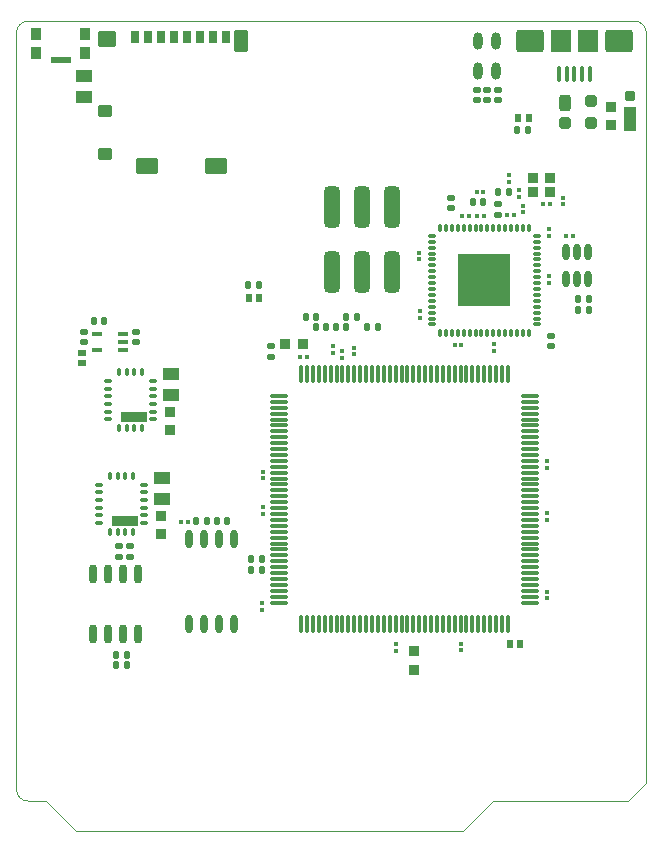
<source format=gtp>
%FSLAX44Y44*%
%MOMM*%
G71*
G01*
G75*
G04 Layer_Color=8421504*
%ADD10C,0.1500*%
G04:AMPARAMS|DCode=11|XSize=0.6mm|YSize=0.5mm|CornerRadius=0.05mm|HoleSize=0mm|Usage=FLASHONLY|Rotation=0.000|XOffset=0mm|YOffset=0mm|HoleType=Round|Shape=RoundedRectangle|*
%AMROUNDEDRECTD11*
21,1,0.6000,0.4000,0,0,0.0*
21,1,0.5000,0.5000,0,0,0.0*
1,1,0.1000,0.2500,-0.2000*
1,1,0.1000,-0.2500,-0.2000*
1,1,0.1000,-0.2500,0.2000*
1,1,0.1000,0.2500,0.2000*
%
%ADD11ROUNDEDRECTD11*%
G04:AMPARAMS|DCode=12|XSize=0.6mm|YSize=0.5mm|CornerRadius=0.05mm|HoleSize=0mm|Usage=FLASHONLY|Rotation=270.000|XOffset=0mm|YOffset=0mm|HoleType=Round|Shape=RoundedRectangle|*
%AMROUNDEDRECTD12*
21,1,0.6000,0.4000,0,0,270.0*
21,1,0.5000,0.5000,0,0,270.0*
1,1,0.1000,-0.2000,-0.2500*
1,1,0.1000,-0.2000,0.2500*
1,1,0.1000,0.2000,0.2500*
1,1,0.1000,0.2000,-0.2500*
%
%ADD12ROUNDEDRECTD12*%
%ADD13O,0.9500X0.4000*%
G04:AMPARAMS|DCode=14|XSize=0.7mm|YSize=0.55mm|CornerRadius=0.055mm|HoleSize=0mm|Usage=FLASHONLY|Rotation=180.000|XOffset=0mm|YOffset=0mm|HoleType=Round|Shape=RoundedRectangle|*
%AMROUNDEDRECTD14*
21,1,0.7000,0.4400,0,0,180.0*
21,1,0.5900,0.5500,0,0,180.0*
1,1,0.1100,-0.2950,0.2200*
1,1,0.1100,0.2950,0.2200*
1,1,0.1100,0.2950,-0.2200*
1,1,0.1100,-0.2950,-0.2200*
%
%ADD14ROUNDEDRECTD14*%
G04:AMPARAMS|DCode=15|XSize=0.4mm|YSize=0.37mm|CornerRadius=0.037mm|HoleSize=0mm|Usage=FLASHONLY|Rotation=180.000|XOffset=0mm|YOffset=0mm|HoleType=Round|Shape=RoundedRectangle|*
%AMROUNDEDRECTD15*
21,1,0.4000,0.2960,0,0,180.0*
21,1,0.3260,0.3700,0,0,180.0*
1,1,0.0740,-0.1630,0.1480*
1,1,0.0740,0.1630,0.1480*
1,1,0.0740,0.1630,-0.1480*
1,1,0.0740,-0.1630,-0.1480*
%
%ADD15ROUNDEDRECTD15*%
G04:AMPARAMS|DCode=16|XSize=0.4mm|YSize=0.37mm|CornerRadius=0.037mm|HoleSize=0mm|Usage=FLASHONLY|Rotation=270.000|XOffset=0mm|YOffset=0mm|HoleType=Round|Shape=RoundedRectangle|*
%AMROUNDEDRECTD16*
21,1,0.4000,0.2960,0,0,270.0*
21,1,0.3260,0.3700,0,0,270.0*
1,1,0.0740,-0.1480,-0.1630*
1,1,0.0740,-0.1480,0.1630*
1,1,0.0740,0.1480,0.1630*
1,1,0.0740,0.1480,-0.1630*
%
%ADD16ROUNDEDRECTD16*%
G04:AMPARAMS|DCode=17|XSize=0.93mm|YSize=0.89mm|CornerRadius=0.089mm|HoleSize=0mm|Usage=FLASHONLY|Rotation=90.000|XOffset=0mm|YOffset=0mm|HoleType=Round|Shape=RoundedRectangle|*
%AMROUNDEDRECTD17*
21,1,0.9300,0.7120,0,0,90.0*
21,1,0.7520,0.8900,0,0,90.0*
1,1,0.1780,0.3560,0.3760*
1,1,0.1780,0.3560,-0.3760*
1,1,0.1780,-0.3560,-0.3760*
1,1,0.1780,-0.3560,0.3760*
%
%ADD17ROUNDEDRECTD17*%
%ADD18O,1.6500X0.3000*%
%ADD19O,0.3000X1.6500*%
%ADD20R,0.5400X0.7400*%
G04:AMPARAMS|DCode=21|XSize=0.7mm|YSize=0.55mm|CornerRadius=0.055mm|HoleSize=0mm|Usage=FLASHONLY|Rotation=90.000|XOffset=0mm|YOffset=0mm|HoleType=Round|Shape=RoundedRectangle|*
%AMROUNDEDRECTD21*
21,1,0.7000,0.4400,0,0,90.0*
21,1,0.5900,0.5500,0,0,90.0*
1,1,0.1100,0.2200,0.2950*
1,1,0.1100,0.2200,-0.2950*
1,1,0.1100,-0.2200,-0.2950*
1,1,0.1100,-0.2200,0.2950*
%
%ADD21ROUNDEDRECTD21*%
G04:AMPARAMS|DCode=22|XSize=1.3mm|YSize=3.5mm|CornerRadius=0.325mm|HoleSize=0mm|Usage=FLASHONLY|Rotation=180.000|XOffset=0mm|YOffset=0mm|HoleType=Round|Shape=RoundedRectangle|*
%AMROUNDEDRECTD22*
21,1,1.3000,2.8500,0,0,180.0*
21,1,0.6500,3.5000,0,0,180.0*
1,1,0.6500,-0.3250,1.4250*
1,1,0.6500,0.3250,1.4250*
1,1,0.6500,0.3250,-1.4250*
1,1,0.6500,-0.3250,-1.4250*
%
%ADD22ROUNDEDRECTD22*%
G04:AMPARAMS|DCode=23|XSize=0.3mm|YSize=0.6mm|CornerRadius=0.0495mm|HoleSize=0mm|Usage=FLASHONLY|Rotation=0.000|XOffset=0mm|YOffset=0mm|HoleType=Round|Shape=RoundedRectangle|*
%AMROUNDEDRECTD23*
21,1,0.3000,0.5010,0,0,0.0*
21,1,0.2010,0.6000,0,0,0.0*
1,1,0.0990,0.1005,-0.2505*
1,1,0.0990,-0.1005,-0.2505*
1,1,0.0990,-0.1005,0.2505*
1,1,0.0990,0.1005,0.2505*
%
%ADD23ROUNDEDRECTD23*%
G04:AMPARAMS|DCode=24|XSize=0.3mm|YSize=0.6mm|CornerRadius=0.0495mm|HoleSize=0mm|Usage=FLASHONLY|Rotation=270.000|XOffset=0mm|YOffset=0mm|HoleType=Round|Shape=RoundedRectangle|*
%AMROUNDEDRECTD24*
21,1,0.3000,0.5010,0,0,270.0*
21,1,0.2010,0.6000,0,0,270.0*
1,1,0.0990,-0.2505,-0.1005*
1,1,0.0990,-0.2505,0.1005*
1,1,0.0990,0.2505,0.1005*
1,1,0.0990,0.2505,-0.1005*
%
%ADD24ROUNDEDRECTD24*%
%ADD25R,2.2500X0.9000*%
G04:AMPARAMS|DCode=26|XSize=1.38mm|YSize=1.05mm|CornerRadius=0.105mm|HoleSize=0mm|Usage=FLASHONLY|Rotation=180.000|XOffset=0mm|YOffset=0mm|HoleType=Round|Shape=RoundedRectangle|*
%AMROUNDEDRECTD26*
21,1,1.3800,0.8400,0,0,180.0*
21,1,1.1700,1.0500,0,0,180.0*
1,1,0.2100,-0.5850,0.4200*
1,1,0.2100,0.5850,0.4200*
1,1,0.2100,0.5850,-0.4200*
1,1,0.2100,-0.5850,-0.4200*
%
%ADD26ROUNDEDRECTD26*%
%ADD27O,0.7600X1.6000*%
%ADD28O,0.6000X1.6000*%
G04:AMPARAMS|DCode=29|XSize=0.9mm|YSize=0.8mm|CornerRadius=0.08mm|HoleSize=0mm|Usage=FLASHONLY|Rotation=180.000|XOffset=0mm|YOffset=0mm|HoleType=Round|Shape=RoundedRectangle|*
%AMROUNDEDRECTD29*
21,1,0.9000,0.6400,0,0,180.0*
21,1,0.7400,0.8000,0,0,180.0*
1,1,0.1600,-0.3700,0.3200*
1,1,0.1600,0.3700,0.3200*
1,1,0.1600,0.3700,-0.3200*
1,1,0.1600,-0.3700,-0.3200*
%
%ADD29ROUNDEDRECTD29*%
%ADD30O,0.6000X1.4000*%
G04:AMPARAMS|DCode=31|XSize=1mm|YSize=1.4mm|CornerRadius=0.25mm|HoleSize=0mm|Usage=FLASHONLY|Rotation=180.000|XOffset=0mm|YOffset=0mm|HoleType=Round|Shape=RoundedRectangle|*
%AMROUNDEDRECTD31*
21,1,1.0000,0.9000,0,0,180.0*
21,1,0.5000,1.4000,0,0,180.0*
1,1,0.5000,-0.2500,0.4500*
1,1,0.5000,0.2500,0.4500*
1,1,0.5000,0.2500,-0.4500*
1,1,0.5000,-0.2500,-0.4500*
%
%ADD31ROUNDEDRECTD31*%
G04:AMPARAMS|DCode=32|XSize=1mm|YSize=1mm|CornerRadius=0.25mm|HoleSize=0mm|Usage=FLASHONLY|Rotation=180.000|XOffset=0mm|YOffset=0mm|HoleType=Round|Shape=RoundedRectangle|*
%AMROUNDEDRECTD32*
21,1,1.0000,0.5000,0,0,180.0*
21,1,0.5000,1.0000,0,0,180.0*
1,1,0.5000,-0.2500,0.2500*
1,1,0.5000,0.2500,0.2500*
1,1,0.5000,0.2500,-0.2500*
1,1,0.5000,-0.2500,-0.2500*
%
%ADD32ROUNDEDRECTD32*%
%ADD33R,4.4500X4.4500*%
%ADD34O,0.8200X0.2700*%
%ADD35O,0.2700X0.8200*%
G04:AMPARAMS|DCode=36|XSize=0.9mm|YSize=1mm|CornerRadius=0.09mm|HoleSize=0mm|Usage=FLASHONLY|Rotation=180.000|XOffset=0mm|YOffset=0mm|HoleType=Round|Shape=RoundedRectangle|*
%AMROUNDEDRECTD36*
21,1,0.9000,0.8200,0,0,180.0*
21,1,0.7200,1.0000,0,0,180.0*
1,1,0.1800,-0.3600,0.4100*
1,1,0.1800,0.3600,0.4100*
1,1,0.1800,0.3600,-0.4100*
1,1,0.1800,-0.3600,-0.4100*
%
%ADD36ROUNDEDRECTD36*%
G04:AMPARAMS|DCode=37|XSize=1.7mm|YSize=0.55mm|CornerRadius=0.055mm|HoleSize=0mm|Usage=FLASHONLY|Rotation=180.000|XOffset=0mm|YOffset=0mm|HoleType=Round|Shape=RoundedRectangle|*
%AMROUNDEDRECTD37*
21,1,1.7000,0.4400,0,0,180.0*
21,1,1.5900,0.5500,0,0,180.0*
1,1,0.1100,-0.7950,0.2200*
1,1,0.1100,0.7950,0.2200*
1,1,0.1100,0.7950,-0.2200*
1,1,0.1100,-0.7950,-0.2200*
%
%ADD37ROUNDEDRECTD37*%
%ADD38C,1.0000*%
%ADD39O,0.4000X1.3500*%
G04:AMPARAMS|DCode=40|XSize=2.3mm|YSize=1.9mm|CornerRadius=0.19mm|HoleSize=0mm|Usage=FLASHONLY|Rotation=180.000|XOffset=0mm|YOffset=0mm|HoleType=Round|Shape=RoundedRectangle|*
%AMROUNDEDRECTD40*
21,1,2.3000,1.5200,0,0,180.0*
21,1,1.9200,1.9000,0,0,180.0*
1,1,0.3800,-0.9600,0.7600*
1,1,0.3800,0.9600,0.7600*
1,1,0.3800,0.9600,-0.7600*
1,1,0.3800,-0.9600,-0.7600*
%
%ADD40ROUNDEDRECTD40*%
%ADD41R,1.8000X1.9000*%
G04:AMPARAMS|DCode=42|XSize=1.55mm|YSize=1.35mm|CornerRadius=0.135mm|HoleSize=0mm|Usage=FLASHONLY|Rotation=180.000|XOffset=0mm|YOffset=0mm|HoleType=Round|Shape=RoundedRectangle|*
%AMROUNDEDRECTD42*
21,1,1.5500,1.0800,0,0,180.0*
21,1,1.2800,1.3500,0,0,180.0*
1,1,0.2700,-0.6400,0.5400*
1,1,0.2700,0.6400,0.5400*
1,1,0.2700,0.6400,-0.5400*
1,1,0.2700,-0.6400,-0.5400*
%
%ADD42ROUNDEDRECTD42*%
G04:AMPARAMS|DCode=43|XSize=1.8mm|YSize=1.17mm|CornerRadius=0.117mm|HoleSize=0mm|Usage=FLASHONLY|Rotation=90.000|XOffset=0mm|YOffset=0mm|HoleType=Round|Shape=RoundedRectangle|*
%AMROUNDEDRECTD43*
21,1,1.8000,0.9360,0,0,90.0*
21,1,1.5660,1.1700,0,0,90.0*
1,1,0.2340,0.4680,0.7830*
1,1,0.2340,0.4680,-0.7830*
1,1,0.2340,-0.4680,-0.7830*
1,1,0.2340,-0.4680,0.7830*
%
%ADD43ROUNDEDRECTD43*%
G04:AMPARAMS|DCode=44|XSize=0.75mm|YSize=1.1mm|CornerRadius=0.075mm|HoleSize=0mm|Usage=FLASHONLY|Rotation=180.000|XOffset=0mm|YOffset=0mm|HoleType=Round|Shape=RoundedRectangle|*
%AMROUNDEDRECTD44*
21,1,0.7500,0.9500,0,0,180.0*
21,1,0.6000,1.1000,0,0,180.0*
1,1,0.1500,-0.3000,0.4750*
1,1,0.1500,0.3000,0.4750*
1,1,0.1500,0.3000,-0.4750*
1,1,0.1500,-0.3000,-0.4750*
%
%ADD44ROUNDEDRECTD44*%
G04:AMPARAMS|DCode=45|XSize=1.2mm|YSize=1mm|CornerRadius=0.1mm|HoleSize=0mm|Usage=FLASHONLY|Rotation=180.000|XOffset=0mm|YOffset=0mm|HoleType=Round|Shape=RoundedRectangle|*
%AMROUNDEDRECTD45*
21,1,1.2000,0.8000,0,0,180.0*
21,1,1.0000,1.0000,0,0,180.0*
1,1,0.2000,-0.5000,0.4000*
1,1,0.2000,0.5000,0.4000*
1,1,0.2000,0.5000,-0.4000*
1,1,0.2000,-0.5000,-0.4000*
%
%ADD45ROUNDEDRECTD45*%
G04:AMPARAMS|DCode=46|XSize=1.9mm|YSize=1.35mm|CornerRadius=0.135mm|HoleSize=0mm|Usage=FLASHONLY|Rotation=180.000|XOffset=0mm|YOffset=0mm|HoleType=Round|Shape=RoundedRectangle|*
%AMROUNDEDRECTD46*
21,1,1.9000,1.0800,0,0,180.0*
21,1,1.6300,1.3500,0,0,180.0*
1,1,0.2700,-0.8150,0.5400*
1,1,0.2700,0.8150,0.5400*
1,1,0.2700,0.8150,-0.5400*
1,1,0.2700,-0.8150,-0.5400*
%
%ADD46ROUNDEDRECTD46*%
%ADD47O,0.8000X1.4700*%
G04:AMPARAMS|DCode=48|XSize=2mm|YSize=1.1mm|CornerRadius=0.11mm|HoleSize=0mm|Usage=FLASHONLY|Rotation=90.000|XOffset=0mm|YOffset=0mm|HoleType=Round|Shape=RoundedRectangle|*
%AMROUNDEDRECTD48*
21,1,2.0000,0.8800,0,0,90.0*
21,1,1.7800,1.1000,0,0,90.0*
1,1,0.2200,0.4400,0.8900*
1,1,0.2200,0.4400,-0.8900*
1,1,0.2200,-0.4400,-0.8900*
1,1,0.2200,-0.4400,0.8900*
%
%ADD48ROUNDEDRECTD48*%
G04:AMPARAMS|DCode=49|XSize=0.8mm|YSize=0.8mm|CornerRadius=0.08mm|HoleSize=0mm|Usage=FLASHONLY|Rotation=90.000|XOffset=0mm|YOffset=0mm|HoleType=Round|Shape=RoundedRectangle|*
%AMROUNDEDRECTD49*
21,1,0.8000,0.6400,0,0,90.0*
21,1,0.6400,0.8000,0,0,90.0*
1,1,0.1600,0.3200,0.3200*
1,1,0.1600,0.3200,-0.3200*
1,1,0.1600,-0.3200,-0.3200*
1,1,0.1600,-0.3200,0.3200*
%
%ADD49ROUNDEDRECTD49*%
G04:AMPARAMS|DCode=50|XSize=0.93mm|YSize=0.89mm|CornerRadius=0.089mm|HoleSize=0mm|Usage=FLASHONLY|Rotation=0.000|XOffset=0mm|YOffset=0mm|HoleType=Round|Shape=RoundedRectangle|*
%AMROUNDEDRECTD50*
21,1,0.9300,0.7120,0,0,0.0*
21,1,0.7520,0.8900,0,0,0.0*
1,1,0.1780,0.3760,-0.3560*
1,1,0.1780,-0.3760,-0.3560*
1,1,0.1780,-0.3760,0.3560*
1,1,0.1780,0.3760,0.3560*
%
%ADD50ROUNDEDRECTD50*%
%ADD51C,0.1000*%
%ADD52C,0.2000*%
%ADD53C,0.3000*%
%ADD54C,0.1200*%
%ADD55C,0.5000*%
%ADD56R,1.5000X1.5000*%
%ADD57C,1.5000*%
%ADD58R,1.3500X1.3500*%
%ADD59R,1.5000X1.5000*%
%ADD60C,0.4500*%
%ADD61C,1.0000*%
%ADD62C,2.0000*%
%ADD63C,0.6000*%
%ADD64C,0.4000*%
%ADD65C,0.2500*%
D11*
X101000Y423000D02*
D03*
Y414000D02*
D03*
X57000Y414000D02*
D03*
Y423000D02*
D03*
X215800Y401700D02*
D03*
Y410700D02*
D03*
X96000Y232000D02*
D03*
Y241000D02*
D03*
X87000Y232000D02*
D03*
Y241000D02*
D03*
X367600Y536200D02*
D03*
Y527200D02*
D03*
X407800Y530600D02*
D03*
Y521600D02*
D03*
X389600Y618700D02*
D03*
Y627700D02*
D03*
X398601Y618701D02*
D03*
Y627701D02*
D03*
X407601Y618701D02*
D03*
Y627701D02*
D03*
X452500Y419508D02*
D03*
Y410508D02*
D03*
D12*
X74500Y432000D02*
D03*
X65500D02*
D03*
X423927Y593675D02*
D03*
X432926D02*
D03*
X196000Y462000D02*
D03*
X205000D02*
D03*
X152500Y262500D02*
D03*
X161500D02*
D03*
X93500Y140500D02*
D03*
X84500D02*
D03*
X199000Y230000D02*
D03*
X208000D02*
D03*
X178500Y262500D02*
D03*
X169500D02*
D03*
X199000Y221000D02*
D03*
X208000D02*
D03*
X93500Y149500D02*
D03*
X84500D02*
D03*
X484500Y450500D02*
D03*
X475500D02*
D03*
X475500Y441500D02*
D03*
X484500D02*
D03*
X306000Y426500D02*
D03*
X297000D02*
D03*
X279100Y435500D02*
D03*
X288100D02*
D03*
X279500Y426500D02*
D03*
X270500D02*
D03*
X253500Y426500D02*
D03*
X262500D02*
D03*
X254000Y435500D02*
D03*
X245000D02*
D03*
X386400Y532300D02*
D03*
X395400D02*
D03*
X407800Y541200D02*
D03*
X416800D02*
D03*
D13*
X90000Y407500D02*
D03*
Y414000D02*
D03*
Y420500D02*
D03*
X68000D02*
D03*
Y407500D02*
D03*
D14*
X55500Y404750D02*
D03*
Y396250D02*
D03*
D15*
X268400Y404650D02*
D03*
Y410350D02*
D03*
X428800Y523850D02*
D03*
Y529550D02*
D03*
X425500Y542750D02*
D03*
Y537050D02*
D03*
X276100Y406550D02*
D03*
Y400850D02*
D03*
X462700Y536250D02*
D03*
Y530550D02*
D03*
X416800Y555650D02*
D03*
Y549950D02*
D03*
X449000Y197150D02*
D03*
Y202850D02*
D03*
X286000Y409350D02*
D03*
Y403650D02*
D03*
X208500Y304350D02*
D03*
Y298650D02*
D03*
X376774Y153024D02*
D03*
Y158724D02*
D03*
X321375Y152524D02*
D03*
Y158224D02*
D03*
X208375Y187524D02*
D03*
Y193224D02*
D03*
X449000Y269350D02*
D03*
Y263650D02*
D03*
Y307650D02*
D03*
Y313350D02*
D03*
X208500Y274350D02*
D03*
Y268650D02*
D03*
X341700Y439950D02*
D03*
Y434250D02*
D03*
X404300Y412150D02*
D03*
Y406450D02*
D03*
X341300Y489850D02*
D03*
Y484150D02*
D03*
X451000Y464150D02*
D03*
Y469850D02*
D03*
X451000Y504150D02*
D03*
Y509850D02*
D03*
D16*
X246050Y401400D02*
D03*
X240350D02*
D03*
X144976Y261575D02*
D03*
X139276D02*
D03*
X389750Y540800D02*
D03*
X395450D02*
D03*
X446250Y530600D02*
D03*
X451950D02*
D03*
X465350Y503700D02*
D03*
X471050D02*
D03*
X376650Y412000D02*
D03*
X370950D02*
D03*
X377550Y521000D02*
D03*
X383250D02*
D03*
X395650D02*
D03*
X389950D02*
D03*
X421350Y521500D02*
D03*
X415650D02*
D03*
D17*
X242600Y412200D02*
D03*
X227200D02*
D03*
D18*
X434600Y223500D02*
D03*
Y208500D02*
D03*
Y213500D02*
D03*
Y218500D02*
D03*
Y228500D02*
D03*
X222600Y368500D02*
D03*
Y363500D02*
D03*
Y358500D02*
D03*
Y353500D02*
D03*
Y348500D02*
D03*
Y343500D02*
D03*
Y338500D02*
D03*
Y333500D02*
D03*
Y328500D02*
D03*
Y323500D02*
D03*
Y318500D02*
D03*
Y313500D02*
D03*
Y308500D02*
D03*
Y303500D02*
D03*
Y298500D02*
D03*
Y293500D02*
D03*
Y288500D02*
D03*
Y283500D02*
D03*
Y278500D02*
D03*
Y273500D02*
D03*
Y268500D02*
D03*
Y263500D02*
D03*
Y258500D02*
D03*
Y253500D02*
D03*
Y248500D02*
D03*
Y243500D02*
D03*
Y238500D02*
D03*
Y233500D02*
D03*
Y228500D02*
D03*
Y223500D02*
D03*
Y218500D02*
D03*
Y213500D02*
D03*
Y208500D02*
D03*
Y203500D02*
D03*
Y198500D02*
D03*
Y193500D02*
D03*
X434600D02*
D03*
Y198500D02*
D03*
Y203500D02*
D03*
Y233500D02*
D03*
Y238500D02*
D03*
Y243500D02*
D03*
Y248500D02*
D03*
Y253500D02*
D03*
Y258500D02*
D03*
Y263500D02*
D03*
Y268500D02*
D03*
Y273500D02*
D03*
Y278500D02*
D03*
Y283500D02*
D03*
Y288500D02*
D03*
Y293500D02*
D03*
Y298500D02*
D03*
Y303500D02*
D03*
Y308500D02*
D03*
Y313500D02*
D03*
Y318500D02*
D03*
Y323500D02*
D03*
Y328500D02*
D03*
Y333500D02*
D03*
Y338500D02*
D03*
Y343500D02*
D03*
Y348500D02*
D03*
Y353500D02*
D03*
Y358500D02*
D03*
Y363500D02*
D03*
Y368500D02*
D03*
D19*
X416100Y387000D02*
D03*
X411100D02*
D03*
X406100D02*
D03*
X401100D02*
D03*
X396100D02*
D03*
X391100D02*
D03*
X386100D02*
D03*
X381100D02*
D03*
X376100D02*
D03*
X371100D02*
D03*
X366100D02*
D03*
X361100D02*
D03*
X356100D02*
D03*
X351100D02*
D03*
X346100D02*
D03*
X341100D02*
D03*
X336100D02*
D03*
X331100D02*
D03*
X326100D02*
D03*
X321100D02*
D03*
X316100D02*
D03*
X311100D02*
D03*
X306100D02*
D03*
X301100D02*
D03*
X296100D02*
D03*
X291100D02*
D03*
X286100D02*
D03*
X281100D02*
D03*
X276100D02*
D03*
X271100D02*
D03*
X266100D02*
D03*
X261100D02*
D03*
X256100D02*
D03*
X251100D02*
D03*
X246100D02*
D03*
X241100D02*
D03*
Y175000D02*
D03*
X246100D02*
D03*
X251100D02*
D03*
X256100D02*
D03*
X261100D02*
D03*
X266100D02*
D03*
X271100D02*
D03*
X276100D02*
D03*
X281100D02*
D03*
X286100D02*
D03*
X291100D02*
D03*
X296100D02*
D03*
X301100D02*
D03*
X306100D02*
D03*
X311100D02*
D03*
X316100D02*
D03*
X321100D02*
D03*
X326100D02*
D03*
X331100D02*
D03*
X336100D02*
D03*
X341100D02*
D03*
X346100D02*
D03*
X351100D02*
D03*
X356100D02*
D03*
X361100D02*
D03*
X366100D02*
D03*
X371100D02*
D03*
X376100D02*
D03*
X381100D02*
D03*
X386100D02*
D03*
X391100D02*
D03*
X396100D02*
D03*
X401100D02*
D03*
X406100D02*
D03*
X411100D02*
D03*
X416100D02*
D03*
D20*
X424400Y603900D02*
D03*
X434400D02*
D03*
D21*
X205750Y451000D02*
D03*
X197250D02*
D03*
X426150Y158500D02*
D03*
X417650D02*
D03*
D22*
X267100Y473500D02*
D03*
X292500D02*
D03*
X267100Y528500D02*
D03*
X292500D02*
D03*
X317900Y473500D02*
D03*
Y528500D02*
D03*
D23*
X98750Y253000D02*
D03*
X79250D02*
D03*
X85750D02*
D03*
X92250D02*
D03*
Y301000D02*
D03*
X85750D02*
D03*
X79250D02*
D03*
X98750D02*
D03*
X106250Y341000D02*
D03*
X86750D02*
D03*
X93250D02*
D03*
X99750D02*
D03*
Y389000D02*
D03*
X93250D02*
D03*
X86750D02*
D03*
X106250D02*
D03*
D24*
X70000Y260750D02*
D03*
Y267250D02*
D03*
Y273750D02*
D03*
Y280250D02*
D03*
Y286750D02*
D03*
Y293250D02*
D03*
X108000Y293250D02*
D03*
Y286750D02*
D03*
Y280250D02*
D03*
Y273750D02*
D03*
Y267250D02*
D03*
Y260750D02*
D03*
X77500Y348750D02*
D03*
Y355250D02*
D03*
Y361750D02*
D03*
Y368250D02*
D03*
Y374750D02*
D03*
Y381250D02*
D03*
X115500Y381250D02*
D03*
Y374750D02*
D03*
Y368250D02*
D03*
Y361750D02*
D03*
Y355250D02*
D03*
Y348750D02*
D03*
D25*
X91750Y262500D02*
D03*
X99250Y350500D02*
D03*
D26*
X130500Y369600D02*
D03*
Y387400D02*
D03*
X123000Y281600D02*
D03*
Y299400D02*
D03*
X57000Y621600D02*
D03*
Y639400D02*
D03*
D27*
X64950Y167100D02*
D03*
X77650D02*
D03*
X90350D02*
D03*
X103050D02*
D03*
X64950Y217900D02*
D03*
X77650D02*
D03*
X90350D02*
D03*
X103050D02*
D03*
D28*
X184550Y247500D02*
D03*
X171850D02*
D03*
X159150D02*
D03*
X146450D02*
D03*
X184550Y175500D02*
D03*
X171850D02*
D03*
X159150D02*
D03*
X146450D02*
D03*
D29*
X452000Y552800D02*
D03*
X437000D02*
D03*
Y540800D02*
D03*
X452000D02*
D03*
D30*
X474800Y490400D02*
D03*
X465300D02*
D03*
X484300D02*
D03*
Y467400D02*
D03*
X474800D02*
D03*
X465300D02*
D03*
D31*
X464350Y616200D02*
D03*
D32*
Y599200D02*
D03*
X486350D02*
D03*
Y618200D02*
D03*
D33*
X396300Y466500D02*
D03*
D34*
X440800Y504000D02*
D03*
Y499000D02*
D03*
Y494000D02*
D03*
Y489000D02*
D03*
Y484000D02*
D03*
Y479000D02*
D03*
Y474000D02*
D03*
Y469000D02*
D03*
Y464000D02*
D03*
Y459000D02*
D03*
Y454000D02*
D03*
Y449000D02*
D03*
Y444000D02*
D03*
Y439000D02*
D03*
Y434000D02*
D03*
Y429000D02*
D03*
X351800D02*
D03*
Y434000D02*
D03*
Y439000D02*
D03*
Y444000D02*
D03*
Y449000D02*
D03*
Y454000D02*
D03*
Y459000D02*
D03*
Y464000D02*
D03*
Y469000D02*
D03*
Y474000D02*
D03*
Y479000D02*
D03*
Y484000D02*
D03*
Y489000D02*
D03*
Y494000D02*
D03*
Y499000D02*
D03*
Y504000D02*
D03*
D35*
X433800Y422000D02*
D03*
X428800D02*
D03*
X423800D02*
D03*
X418800D02*
D03*
X413800D02*
D03*
X408800D02*
D03*
X403800D02*
D03*
X398800D02*
D03*
X393800D02*
D03*
X388800D02*
D03*
X383800D02*
D03*
X378800D02*
D03*
X373800D02*
D03*
X368800D02*
D03*
X363800D02*
D03*
X358800D02*
D03*
Y511000D02*
D03*
X363800D02*
D03*
X368800D02*
D03*
X373800D02*
D03*
X378800D02*
D03*
X383800D02*
D03*
X388800D02*
D03*
X393800D02*
D03*
X398800D02*
D03*
X403800D02*
D03*
X408800D02*
D03*
X413800D02*
D03*
X418800D02*
D03*
X423800D02*
D03*
X428800D02*
D03*
X433800D02*
D03*
D36*
X58000Y675000D02*
D03*
Y659000D02*
D03*
X17000D02*
D03*
Y675000D02*
D03*
D37*
X37500Y652750D02*
D03*
D39*
X459400Y640863D02*
D03*
X465900D02*
D03*
X472400D02*
D03*
X478900D02*
D03*
X485400D02*
D03*
D40*
X509900Y669113D02*
D03*
X434900D02*
D03*
D41*
X483900D02*
D03*
X460900D02*
D03*
D42*
X76670Y671000D02*
D03*
D43*
X189870Y668750D02*
D03*
D44*
X100770Y672250D02*
D03*
X111770D02*
D03*
X122770D02*
D03*
X133770D02*
D03*
X144770D02*
D03*
X155770D02*
D03*
X166770D02*
D03*
X177770D02*
D03*
D45*
X74920Y610000D02*
D03*
Y573000D02*
D03*
D46*
X168620Y563250D02*
D03*
X110920D02*
D03*
D47*
X405900Y669000D02*
D03*
Y643600D02*
D03*
X390900D02*
D03*
Y669000D02*
D03*
D48*
X519700Y603300D02*
D03*
D49*
Y622300D02*
D03*
D50*
X337025Y136726D02*
D03*
Y152126D02*
D03*
X122500Y267200D02*
D03*
Y251800D02*
D03*
X130000Y355200D02*
D03*
Y339800D02*
D03*
X503500Y613100D02*
D03*
Y597700D02*
D03*
D51*
X533400Y675800D02*
G03*
X523400Y685800I-10000J0D01*
G01*
X10000D02*
G03*
X0Y675800I0J-10000D01*
G01*
Y35400D02*
G03*
X10000Y25400I10000J0D01*
G01*
X518200D02*
X533400Y40600D01*
X25400Y25400D02*
X50800Y0D01*
X378500D01*
X403900Y25400D01*
X518200D01*
X10000D02*
X25400D01*
X533400Y40600D02*
Y675800D01*
X10000Y685800D02*
X523400D01*
X0Y35400D02*
Y675800D01*
M02*

</source>
